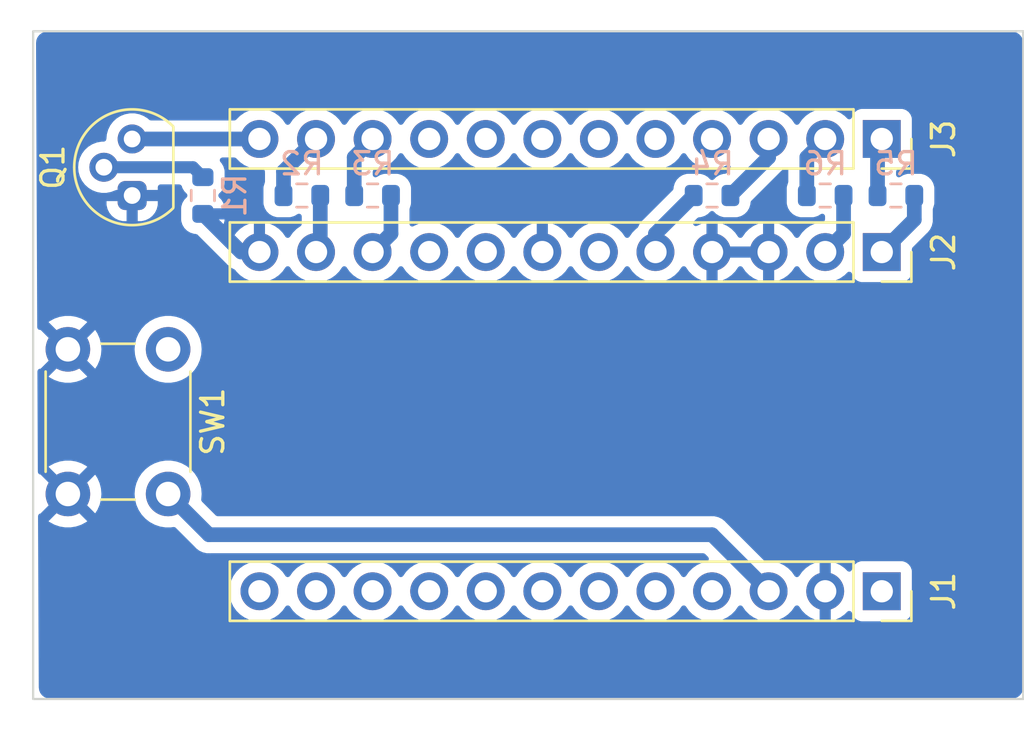
<source format=kicad_pcb>
(kicad_pcb (version 20221018) (generator pcbnew)
  (layers (0 "F.Cu" signal) (31 "B.Cu" signal) (34 "B.Paste" user) (35 "F.Paste" user) (36 "B.SilkS" user "B.Silkscreen") (37 "F.SilkS" user "F.Silkscreen") (38 "B.Mask" user) (39 "F.Mask" user) (44 "Edge.Cuts" user))
  (net 0 "")
  (net 1 "/RST")
  (net 3 "/F4")
  (net 4 "/F5")
  (net 5 "/F6")
  (net 6 "/F7")
  (net 7 "/B1")
  (net 8 "/B3")
  (net 9 "/B2")
  (net 10 "/B6")
  (net 11 "/B5")
  (net 12 "/RAW")
  (net 19 "/D3")
  (net 20 "/D4")
  (net 21 "/C6")
  (net 22 "/D7")
  (net 23 "/E6")
  (net 24 "/B4")
  (net 25 "GND")
  (net 26 "/LED5")
  (net 27 "/LED6")
  (net 28 "/LED4")
  (net 29 "/D2")
  (net 30 "/D1")
  (net 31 "/D0")
  (net 32 "/LED3")
  (net 33 "/LED2")
  (net 34 "/LED1")
  (net 35 "Net-(Q1-B)")
  (footprint "Connector_PinSocket_2.54mm:PinSocket_1x12_P2.54mm_Vertical" (layer "F.Cu") (at 177.8 127 -90)
    (fp_text reference "J1" (at 0 -2.77 90) (layer "F.SilkS"))
    (fp_text value "Conn_01x12_Pin")
    (fp_line (start -1.33 1.27) (end -1.33 29.27) (stroke (width 0.12)) (layer "F.SilkS"))
    (fp_line (start -1.33 1.27) (end 1.33 1.27) (stroke (width 0.12)) (layer "F.SilkS"))
    (fp_line (start -1.33 29.27) (end 1.33 29.27) (stroke (width 0.12)) (layer "F.SilkS"))
    (fp_line (start 0 -1.33) (end 1.33 -1.33) (stroke (width 0.12)) (layer "F.SilkS"))
    (fp_line (start 1.33 -1.33) (end 1.33 0) (stroke (width 0.12)) (layer "F.SilkS"))
    (fp_line (start 1.33 1.27) (end 1.33 29.27) (stroke (width 0.12)) (layer "F.SilkS"))
    (pad "1" thru_hole rect (at 0 0 270) (size 1.7 1.7) (drill 1) (layers "*.Cu" "*.Mask") (net 12 "/RAW"))
    (pad "2" thru_hole oval (at 0 2.54 270) (size 1.7 1.7) (drill 1) (layers "*.Cu" "*.Mask") (net 25 "GND"))
    (pad "3" thru_hole oval (at 0 5.08 270) (size 1.7 1.7) (drill 1) (layers "*.Cu" "*.Mask") (net 1 "/RST"))
    (pad "4" thru_hole oval (at 0 7.62 270) (size 1.7 1.7) (drill 1) (layers "*.Cu" "*.Mask"))
    (pad "5" thru_hole oval (at 0 10.16 270) (size 1.7 1.7) (drill 1) (layers "*.Cu" "*.Mask") (net 3 "/F4"))
    (pad "6" thru_hole oval (at 0 12.7 270) (size 1.7 1.7) (drill 1) (layers "*.Cu" "*.Mask") (net 4 "/F5"))
    (pad "7" thru_hole oval (at 0 15.24 270) (size 1.7 1.7) (drill 1) (layers "*.Cu" "*.Mask") (net 5 "/F6"))
    (pad "8" thru_hole oval (at 0 17.78 270) (size 1.7 1.7) (drill 1) (layers "*.Cu" "*.Mask") (net 6 "/F7"))
    (pad "9" thru_hole oval (at 0 20.32 270) (size 1.7 1.7) (drill 1) (layers "*.Cu" "*.Mask") (net 7 "/B1"))
    (pad "10" thru_hole oval (at 0 22.86 270) (size 1.7 1.7) (drill 1) (layers "*.Cu" "*.Mask") (net 8 "/B3"))
    (pad "11" thru_hole oval (at 0 25.4 270) (size 1.7 1.7) (drill 1) (layers "*.Cu" "*.Mask") (net 9 "/B2"))
    (pad "12" thru_hole oval (at 0 27.94 270) (size 1.7 1.7) (drill 1) (layers "*.Cu" "*.Mask") (net 10 "/B6"))
  )
  (footprint "Package_TO_SOT_THT:TO-92" (layer "F.Cu") (at 144.145 109.22 90)
    (fp_text reference "Q1" (at 1.27 -3.56 90) (layer "F.SilkS"))
    (fp_text value "Q_NPN_EBC")
    (fp_line (start -0.53 1.85) (end 3.07 1.85) (stroke (width 0.12)) (layer "F.SilkS"))
    (fp_arc (start -0.568478 1.838478) (mid -1.132087 -0.994977) (end 1.27 -2.6) (stroke (width 0.12)) (layer "F.SilkS"))
    (fp_arc (start 1.27 -2.6) (mid 3.672087 -0.994977) (end 3.108478 1.838478) (stroke (width 0.12)) (layer "F.SilkS"))
    (pad "1" thru_hole roundrect (at 0 0 90) (size 1.3 1.3) (drill 0.75) (layers "*.Cu" "*.Mask") (net 25 "GND"))
    (pad "2" thru_hole circle (at 1.27 -1.27 90) (size 1.3 1.3) (drill 0.75) (layers "*.Cu" "*.Mask") (net 35 "Net-(Q1-B)"))
    (pad "3" thru_hole circle (at 2.54 0 90) (size 1.3 1.3) (drill 0.75) (layers "*.Cu" "*.Mask") (net 34 "/LED1"))
  )
  (footprint "Button_Switch_THT:SW_PUSH_6mm" (layer "F.Cu") (at 145.76 116.13 -90)
    (fp_text reference "SW1" (at 3.25 -2 90) (layer "F.SilkS"))
    (fp_text value "SW_Push")
    (fp_line (start -0.25 1.5) (end -0.25 3) (stroke (width 0.12)) (layer "F.SilkS"))
    (fp_line (start 1 5.5) (end 5.5 5.5) (stroke (width 0.12)) (layer "F.SilkS"))
    (fp_line (start 5.5 -1) (end 1 -1) (stroke (width 0.12)) (layer "F.SilkS"))
    (fp_line (start 6.75 3) (end 6.75 1.5) (stroke (width 0.12)) (layer "F.SilkS"))
    (pad "1" thru_hole circle (at 0 0) (size 2 2) (drill 1.1) (layers "*.Cu" "*.Mask") (net 1 "/RST"))
    (pad "1" thru_hole circle (at 6.5 0) (size 2 2) (drill 1.1) (layers "*.Cu" "*.Mask") (net 1 "/RST"))
    (pad "2" thru_hole circle (at 0 4.5) (size 2 2) (drill 1.1) (layers "*.Cu" "*.Mask") (net 25 "GND"))
    (pad "2" thru_hole circle (at 6.5 4.5) (size 2 2) (drill 1.1) (layers "*.Cu" "*.Mask") (net 25 "GND"))
  )
  (footprint "Connector_PinSocket_2.54mm:PinSocket_1x12_P2.54mm_Vertical" (layer "F.Cu") (at 177.8 111.76 -90)
    (fp_text reference "J2" (at 0 -2.77 90) (layer "F.SilkS"))
    (fp_text value "Conn_01x12_Pin")
    (fp_line (start -1.33 1.27) (end -1.33 29.27) (stroke (width 0.12)) (layer "F.SilkS"))
    (fp_line (start -1.33 1.27) (end 1.33 1.27) (stroke (width 0.12)) (layer "F.SilkS"))
    (fp_line (start -1.33 29.27) (end 1.33 29.27) (stroke (width 0.12)) (layer "F.SilkS"))
    (fp_line (start 0 -1.33) (end 1.33 -1.33) (stroke (width 0.12)) (layer "F.SilkS"))
    (fp_line (start 1.33 -1.33) (end 1.33 0) (stroke (width 0.12)) (layer "F.SilkS"))
    (fp_line (start 1.33 1.27) (end 1.33 29.27) (stroke (width 0.12)) (layer "F.SilkS"))
    (pad "1" thru_hole rect (at 0 0 270) (size 1.7 1.7) (drill 1) (layers "*.Cu" "*.Mask") (net 19 "/D3"))
    (pad "2" thru_hole oval (at 0 2.54 270) (size 1.7 1.7) (drill 1) (layers "*.Cu" "*.Mask") (net 29 "/D2"))
    (pad "3" thru_hole oval (at 0 5.08 270) (size 1.7 1.7) (drill 1) (layers "*.Cu" "*.Mask") (net 25 "GND"))
    (pad "4" thru_hole oval (at 0 7.62 270) (size 1.7 1.7) (drill 1) (layers "*.Cu" "*.Mask") (net 25 "GND"))
    (pad "5" thru_hole oval (at 0 10.16 270) (size 1.7 1.7) (drill 1) (layers "*.Cu" "*.Mask") (net 30 "/D1"))
    (pad "6" thru_hole oval (at 0 12.7 270) (size 1.7 1.7) (drill 1) (layers "*.Cu" "*.Mask") (net 31 "/D0"))
    (pad "7" thru_hole oval (at 0 15.24 270) (size 1.7 1.7) (drill 1) (layers "*.Cu" "*.Mask") (net 20 "/D4"))
    (pad "8" thru_hole oval (at 0 17.78 270) (size 1.7 1.7) (drill 1) (layers "*.Cu" "*.Mask") (net 21 "/C6"))
    (pad "9" thru_hole oval (at 0 20.32 270) (size 1.7 1.7) (drill 1) (layers "*.Cu" "*.Mask") (net 22 "/D7"))
    (pad "10" thru_hole oval (at 0 22.86 270) (size 1.7 1.7) (drill 1) (layers "*.Cu" "*.Mask") (net 23 "/E6"))
    (pad "11" thru_hole oval (at 0 25.4 270) (size 1.7 1.7) (drill 1) (layers "*.Cu" "*.Mask") (net 24 "/B4"))
    (pad "12" thru_hole oval (at 0 27.94 270) (size 1.7 1.7) (drill 1) (layers "*.Cu" "*.Mask") (net 11 "/B5"))
  )
  (footprint "Connector_PinSocket_2.54mm:PinSocket_1x12_P2.54mm_Vertical" (layer "F.Cu") (at 177.8 106.68 -90)
    (fp_text reference "J3" (at 0 -2.77 90) (layer "F.SilkS"))
    (fp_text value "Conn_01x12_Pin")
    (fp_line (start -1.33 1.27) (end -1.33 29.27) (stroke (width 0.12)) (layer "F.SilkS"))
    (fp_line (start -1.33 1.27) (end 1.33 1.27) (stroke (width 0.12)) (layer "F.SilkS"))
    (fp_line (start -1.33 29.27) (end 1.33 29.27) (stroke (width 0.12)) (layer "F.SilkS"))
    (fp_line (start 0 -1.33) (end 1.33 -1.33) (stroke (width 0.12)) (layer "F.SilkS"))
    (fp_line (start 1.33 -1.33) (end 1.33 0) (stroke (width 0.12)) (layer "F.SilkS"))
    (fp_line (start 1.33 1.27) (end 1.33 29.27) (stroke (width 0.12)) (layer "F.SilkS"))
    (pad "1" thru_hole rect (at 0 0 270) (size 1.7 1.7) (drill 1) (layers "*.Cu" "*.Mask") (net 26 "/LED5"))
    (pad "2" thru_hole oval (at 0 2.54 270) (size 1.7 1.7) (drill 1) (layers "*.Cu" "*.Mask") (net 27 "/LED6"))
    (pad "3" thru_hole oval (at 0 5.08 270) (size 1.7 1.7) (drill 1) (layers "*.Cu" "*.Mask") (net 28 "/LED4"))
    (pad "4" thru_hole oval (at 0 7.62 270) (size 1.7 1.7) (drill 1) (layers "*.Cu" "*.Mask"))
    (pad "5" thru_hole oval (at 0 10.16 270) (size 1.7 1.7) (drill 1) (layers "*.Cu" "*.Mask"))
    (pad "6" thru_hole oval (at 0 12.7 270) (size 1.7 1.7) (drill 1) (layers "*.Cu" "*.Mask"))
    (pad "7" thru_hole oval (at 0 15.24 270) (size 1.7 1.7) (drill 1) (layers "*.Cu" "*.Mask"))
    (pad "8" thru_hole oval (at 0 17.78 270) (size 1.7 1.7) (drill 1) (layers "*.Cu" "*.Mask"))
    (pad "9" thru_hole oval (at 0 20.32 270) (size 1.7 1.7) (drill 1) (layers "*.Cu" "*.Mask"))
    (pad "10" thru_hole oval (at 0 22.86 270) (size 1.7 1.7) (drill 1) (layers "*.Cu" "*.Mask") (net 32 "/LED3"))
    (pad "11" thru_hole oval (at 0 25.4 270) (size 1.7 1.7) (drill 1) (layers "*.Cu" "*.Mask") (net 33 "/LED2"))
    (pad "12" thru_hole oval (at 0 27.94 270) (size 1.7 1.7) (drill 1) (layers "*.Cu" "*.Mask") (net 34 "/LED1"))
  )
  (footprint "Resistor_SMD:R_0603_1608Metric" (layer "B.Cu") (at 147.32 109.22 90)
    (fp_text reference "R1" (at 0 1.43 90) (layer "B.SilkS") (effects (justify mirror)))
    (fp_text value "25k")
    (fp_line (start -0.237258 -0.5225) (end 0.237258 -0.5225) (stroke (width 0.12)) (layer "B.SilkS"))
    (fp_line (start -0.237258 0.5225) (end 0.237258 0.5225) (stroke (width 0.12)) (layer "B.SilkS"))
    (pad "1" smd roundrect (at -0.825 0 90) (size 0.8 0.95) (layers "B.Cu" "B.Paste" "B.Mask") (net 11 "/B5"))
    (pad "2" smd roundrect (at 0.825 0 90) (size 0.8 0.95) (layers "B.Cu" "B.Paste" "B.Mask") (net 35 "Net-(Q1-B)"))
  )
  (footprint "Resistor_SMD:R_0603_1608Metric" (layer "B.Cu") (at 178.435 109.22 180)
    (fp_text reference "R5" (at 0 1.43) (layer "B.SilkS") (effects (justify mirror)))
    (fp_text value "1k5")
    (fp_line (start -0.237258 -0.5225) (end 0.237258 -0.5225) (stroke (width 0.12)) (layer "B.SilkS"))
    (fp_line (start -0.237258 0.5225) (end 0.237258 0.5225) (stroke (width 0.12)) (layer "B.SilkS"))
    (pad "1" smd roundrect (at -0.825 0 180) (size 0.8 0.95) (layers "B.Cu" "B.Paste" "B.Mask") (net 19 "/D3"))
    (pad "2" smd roundrect (at 0.825 0 180) (size 0.8 0.95) (layers "B.Cu" "B.Paste" "B.Mask") (net 26 "/LED5"))
  )
  (footprint "Resistor_SMD:R_0603_1608Metric" (layer "B.Cu") (at 175.26 109.22 180)
    (fp_text reference "R6" (at 0 1.43) (layer "B.SilkS") (effects (justify mirror)))
    (fp_text value "1k5")
    (fp_line (start -0.237258 -0.5225) (end 0.237258 -0.5225) (stroke (width 0.12)) (layer "B.SilkS"))
    (fp_line (start -0.237258 0.5225) (end 0.237258 0.5225) (stroke (width 0.12)) (layer "B.SilkS"))
    (pad "1" smd roundrect (at -0.825 0 180) (size 0.8 0.95) (layers "B.Cu" "B.Paste" "B.Mask") (net 29 "/D2"))
    (pad "2" smd roundrect (at 0.825 0 180) (size 0.8 0.95) (layers "B.Cu" "B.Paste" "B.Mask") (net 27 "/LED6"))
  )
  (footprint "Resistor_SMD:R_0603_1608Metric" (layer "B.Cu") (at 151.765 109.22 180)
    (fp_text reference "R2" (at 0 1.43) (layer "B.SilkS") (effects (justify mirror)))
    (fp_text value "1k5")
    (fp_line (start -0.237258 -0.5225) (end 0.237258 -0.5225) (stroke (width 0.12)) (layer "B.SilkS"))
    (fp_line (start -0.237258 0.5225) (end 0.237258 0.5225) (stroke (width 0.12)) (layer "B.SilkS"))
    (pad "1" smd roundrect (at -0.825 0 180) (size 0.8 0.95) (layers "B.Cu" "B.Paste" "B.Mask") (net 24 "/B4"))
    (pad "2" smd roundrect (at 0.825 0 180) (size 0.8 0.95) (layers "B.Cu" "B.Paste" "B.Mask") (net 33 "/LED2"))
  )
  (footprint "Resistor_SMD:R_0603_1608Metric" (layer "B.Cu") (at 154.94 109.22 180)
    (fp_text reference "R3" (at 0 1.43) (layer "B.SilkS") (effects (justify mirror)))
    (fp_text value "1k5")
    (fp_line (start -0.237258 -0.5225) (end 0.237258 -0.5225) (stroke (width 0.12)) (layer "B.SilkS"))
    (fp_line (start -0.237258 0.5225) (end 0.237258 0.5225) (stroke (width 0.12)) (layer "B.SilkS"))
    (pad "1" smd roundrect (at -0.825 0 180) (size 0.8 0.95) (layers "B.Cu" "B.Paste" "B.Mask") (net 23 "/E6"))
    (pad "2" smd roundrect (at 0.825 0 180) (size 0.8 0.95) (layers "B.Cu" "B.Paste" "B.Mask") (net 32 "/LED3"))
  )
  (footprint "Resistor_SMD:R_0603_1608Metric" (layer "B.Cu") (at 170.18 109.22 180)
    (fp_text reference "R4" (at 0 1.43) (layer "B.SilkS") (effects (justify mirror)))
    (fp_text value "1k5")
    (fp_line (start -0.237258 -0.5225) (end 0.237258 -0.5225) (stroke (width 0.12)) (layer "B.SilkS"))
    (fp_line (start -0.237258 0.5225) (end 0.237258 0.5225) (stroke (width 0.12)) (layer "B.SilkS"))
    (pad "1" smd roundrect (at -0.825 0 180) (size 0.8 0.95) (layers "B.Cu" "B.Paste" "B.Mask") (net 28 "/LED4"))
    (pad "2" smd roundrect (at 0.825 0 180) (size 0.8 0.95) (layers "B.Cu" "B.Paste" "B.Mask") (net 30 "/D1"))
  )
  (gr_poly (pts (xy 184.15 131.84) (xy 139.7 131.84) (xy 139.7 131.826) (xy 139.7 110.49) (xy 139.7 101.84) (xy 184.15 101.84)) (stroke (width 0.1)) (fill none) (layer "Edge.Cuts"))
  (segment (start 147.59 124.46) (end 145.76 122.63) (width 0.66) (layer "B.Cu") (net 1))
  (segment (start 170.18 124.46) (end 147.59 124.46) (width 0.66) (layer "B.Cu") (net 1))
  (segment (start 172.72 127) (end 170.18 124.46) (width 0.66) (layer "B.Cu") (net 1))
  (segment (start 149.035 111.76) (end 147.32 110.045) (width 0.66) (layer "B.Cu") (net 11))
  (segment (start 149.86 111.76) (end 149.035 111.76) (width 0.34) (layer "B.Cu") (net 11))
  (segment (start 179.26 109.22) (end 179.26 110.3) (width 0.66) (layer "B.Cu") (net 19))
  (segment (start 179.26 110.3) (end 177.8 111.76) (width 0.66) (layer "B.Cu") (net 19))
  (segment (start 155.765 110.935) (end 154.94 111.76) (width 0.66) (layer "B.Cu") (net 23))
  (segment (start 155.765 109.22) (end 155.765 110.935) (width 0.66) (layer "B.Cu") (net 23))
  (segment (start 152.59 109.22) (end 152.59 111.57) (width 0.66) (layer "B.Cu") (net 24))
  (segment (start 152.59 111.57) (end 152.4 111.76) (width 0.34) (layer "B.Cu") (net 24))
  (segment (start 177.61 106.87) (end 177.8 106.68) (width 0.34) (layer "B.Cu") (net 26))
  (segment (start 177.61 109.22) (end 177.61 106.87) (width 0.66) (layer "B.Cu") (net 26))
  (segment (start 174.435 107.505) (end 175.26 106.68) (width 0.66) (layer "B.Cu") (net 27))
  (segment (start 174.435 109.22) (end 174.435 107.505) (width 0.66) (layer "B.Cu") (net 27))
  (segment (start 172.72 106.68) (end 172.72 107.505) (width 0.66) (layer "B.Cu") (net 28))
  (segment (start 172.72 107.505) (end 171.005 109.22) (width 0.66) (layer "B.Cu") (net 28))
  (segment (start 176.085 110.935) (end 175.26 111.76) (width 0.66) (layer "B.Cu") (net 29))
  (segment (start 176.085 109.22) (end 176.085 110.935) (width 0.66) (layer "B.Cu") (net 29))
  (segment (start 167.64 110.935) (end 169.355 109.22) (width 0.66) (layer "B.Cu") (net 30))
  (segment (start 167.64 111.76) (end 167.64 110.935) (width 0.66) (layer "B.Cu") (net 30))
  (segment (start 154.115 107.505) (end 154.94 106.68) (width 0.66) (layer "B.Cu") (net 32))
  (segment (start 154.115 109.22) (end 154.115 107.505) (width 0.66) (layer "B.Cu") (net 32))
  (segment (start 150.94 109.22) (end 150.94 108.14) (width 0.66) (layer "B.Cu") (net 33))
  (segment (start 150.94 108.14) (end 152.4 106.68) (width 0.66) (layer "B.Cu") (net 33))
  (segment (start 149.86 106.68) (end 144.78 106.68) (width 0.66) (layer "B.Cu") (net 34))
  (segment (start 146.875 107.95) (end 142.875 107.95) (width 0.54) (layer "B.Cu") (net 35))
  (segment (start 147.32 108.395) (end 146.875 107.95) (width 0.54) (layer "B.Cu") (net 35))
  (zone (net 20) (net_name "/D4") (layer "B.Cu") (priority 2) (connect_pads (clearance 0.5)) (min_thickness 0.25) (fill yes (thermal_gap 0.5) (thermal_bridge_width 0.5) (smoothing fillet) (radius 0.508))
    (polygon (pts (xy 154.94 107.315) (xy 172.085 107.315) (xy 167.005 111.76) (xy 154.94 111.76)))
  )
  (zone (net 11) (net_name "/B5") (layer "B.Cu") (priority 1) (connect_pads (clearance 0.5)) (min_thickness 0.25) (fill yes (thermal_gap 0.5) (thermal_bridge_width 0.5) (smoothing fillet) (radius 0.508))
    (polygon (pts (xy 152.4 111.125) (xy 151.13 111.125) (xy 149.86 112.395) (xy 149.225 112.395) (xy 146.685 109.855) (xy 146.685 107.315) (xy 152.4 107.315)))
  )
  (zone (net 25) (net_name "GND") (layer "B.Cu") (connect_pads (clearance 0.5)) (min_thickness 0.25) (fill yes (thermal_gap 0.5) (thermal_bridge_width 0.5) (smoothing fillet) (radius 0.508))
    (polygon (pts (xy 139.954 131.826) (xy 139.827 101.854) (xy 184.15 101.854) (xy 184.15 131.826)))
  )
)
</source>
